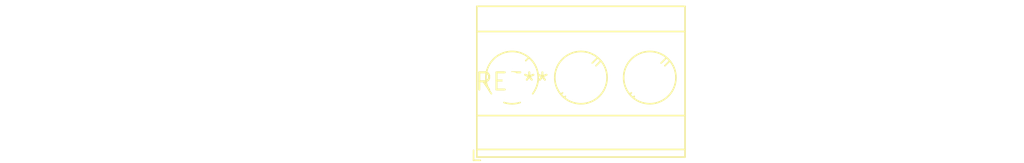
<source format=kicad_pcb>
(kicad_pcb (version 20240108) (generator pcbnew)
  (layers (0 "F.Cu" signal) (31 "B.Cu" signal) (34 "B.Paste" user) (35 "F.Paste" user) (36 "B.SilkS" user "B.Silkscreen") (37 "F.SilkS" user "F.Silkscreen") (38 "B.Mask" user) (39 "F.Mask" user) (44 "Edge.Cuts" user))
  (net 0 "")
  (footprint "TerminalBlock_MetzConnect_Type073_RT02603HBLU_1x03_P5.08mm_Horizontal" (layer "F.Cu") (at 0 0)
    (property "Reference" "REF**")
    (property "Value" "TerminalBlock_MetzConnect_Type073_RT02603HBLU_1x03_P5.08mm_Horizontal")
    (fp_line (start -2.84 5.06) (end -2.84 5.8) (layer "F.SilkS") (stroke (width 0.12)))
    (fp_line (start -2.84 5.8) (end -2.34 5.8) (layer "F.SilkS") (stroke (width 0.12)))
    (fp_line (start -2.6 -5.56) (end -2.6 5.56) (layer "F.SilkS") (stroke (width 0.12)))
    (fp_line (start -2.6 -5.56) (end 12.76 -5.56) (layer "F.SilkS") (stroke (width 0.12)))
    (fp_line (start -2.6 -3.7) (end 12.76 -3.7) (layer "F.SilkS") (stroke (width 0.12)))
    (fp_line (start -2.6 2.5) (end 12.76 2.5) (layer "F.SilkS") (stroke (width 0.12)))
    (fp_line (start -2.6 5) (end 12.76 5) (layer "F.SilkS") (stroke (width 0.12)))
    (fp_line (start -2.6 5.56) (end 12.76 5.56) (layer "F.SilkS") (stroke (width 0.12)))
    (fp_line (start 1.229 -1.764) (end 1.013 -1.549) (layer "F.SilkS") (stroke (width 0.12)))
    (fp_line (start 3.724 0.821) (end 3.617 0.928) (layer "F.SilkS") (stroke (width 0.12)))
    (fp_line (start 3.933 1.083) (end 3.852 1.164) (layer "F.SilkS") (stroke (width 0.12)))
    (fp_line (start 6.309 -1.764) (end 5.918 -1.374) (layer "F.SilkS") (stroke (width 0.12)))
    (fp_line (start 6.544 -1.529) (end 6.194 -1.179) (layer "F.SilkS") (stroke (width 0.12)))
    (fp_line (start 8.804 0.821) (end 8.697 0.928) (layer "F.SilkS") (stroke (width 0.12)))
    (fp_line (start 9.013 1.083) (end 8.932 1.164) (layer "F.SilkS") (stroke (width 0.12)))
    (fp_line (start 11.389 -1.764) (end 10.998 -1.374) (layer "F.SilkS") (stroke (width 0.12)))
    (fp_line (start 11.624 -1.529) (end 11.274 -1.179) (layer "F.SilkS") (stroke (width 0.12)))
    (fp_line (start 12.76 -5.56) (end 12.76 5.56) (layer "F.SilkS") (stroke (width 0.12)))
    (fp_arc (start -1.521645 0.888175) (mid -1.930586 -0.300524) (end -1.521 -1.489) (layer "F.SilkS") (stroke (width 0.12)))
    (fp_arc (start -1.500317 -1.514609) (mid -0.000252 -2.230344) (end 1.5 -1.515) (layer "F.SilkS") (stroke (width 0.12)))
    (fp_arc (start 0.033269 1.630336) (mid -0.285785 1.609354) (end -0.597 1.536) (layer "F.SilkS") (stroke (width 0.12)))
    (fp_arc (start 0.596403 1.535539) (mid 0.301919 1.606238) (end 0 1.63) (layer "F.SilkS") (stroke (width 0.12)))
    (fp_arc (start 1.521645 -1.488175) (mid 1.930586 -0.299476) (end 1.521 0.889) (layer "F.SilkS") (stroke (width 0.12)))
    (fp_arc (start 5.08 1.63) (mid 5.08 -2.23) (end 5.08 1.63) (layer "F.SilkS") (stroke (width 0.12)))
    (fp_arc (start 10.16 1.63) (mid 10.16 -2.23) (end 10.16 1.63) (layer "F.SilkS") (stroke (width 0.12)))
    (pad "1" thru_hole rect (at 0 0) (size 2.6 2.6) (drill 1.4) (layers *.Cu *.Mask) (remove_unused_layers))
    (pad "2" thru_hole circle (at 5.08 0) (size 2.6 2.6) (drill 1.4) (layers *.Cu *.Mask) (remove_unused_layers))
    (pad "3" thru_hole circle (at 10.16 0) (size 2.6 2.6) (drill 1.4) (layers *.Cu *.Mask) (remove_unused_layers))
  )
)
</source>
